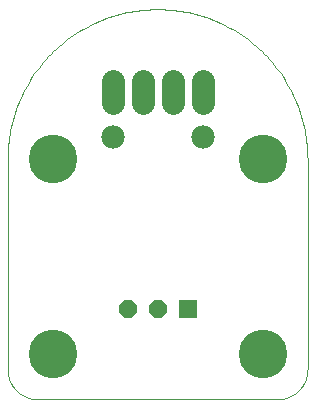
<source format=gbs>
G75*
%MOIN*%
%OFA0B0*%
%FSLAX25Y25*%
%IPPOS*%
%LPD*%
%AMOC8*
5,1,8,0,0,1.08239X$1,22.5*
%
%ADD10C,0.07800*%
%ADD11OC8,0.06000*%
%ADD12R,0.06000X0.06000*%
%ADD13C,0.00000*%
%ADD14C,0.16211*%
%ADD15C,0.07800*%
D10*
X0041800Y0122806D02*
X0041800Y0130206D01*
X0051800Y0130206D02*
X0051800Y0122806D01*
X0061800Y0122806D02*
X0061800Y0130206D01*
X0071800Y0130206D02*
X0071800Y0122806D01*
D11*
X0056800Y0054006D03*
X0046800Y0054006D03*
D12*
X0066800Y0054006D03*
D13*
X0096800Y0024006D02*
X0016800Y0024006D01*
X0016558Y0024009D01*
X0016317Y0024018D01*
X0016076Y0024032D01*
X0015835Y0024053D01*
X0015595Y0024079D01*
X0015355Y0024111D01*
X0015116Y0024149D01*
X0014879Y0024192D01*
X0014642Y0024242D01*
X0014407Y0024297D01*
X0014173Y0024357D01*
X0013941Y0024424D01*
X0013710Y0024495D01*
X0013481Y0024573D01*
X0013254Y0024656D01*
X0013029Y0024744D01*
X0012806Y0024838D01*
X0012586Y0024937D01*
X0012368Y0025042D01*
X0012153Y0025151D01*
X0011940Y0025266D01*
X0011730Y0025386D01*
X0011524Y0025511D01*
X0011320Y0025641D01*
X0011119Y0025776D01*
X0010922Y0025916D01*
X0010728Y0026060D01*
X0010538Y0026209D01*
X0010352Y0026363D01*
X0010169Y0026521D01*
X0009990Y0026683D01*
X0009815Y0026850D01*
X0009644Y0027021D01*
X0009477Y0027196D01*
X0009315Y0027375D01*
X0009157Y0027558D01*
X0009003Y0027744D01*
X0008854Y0027934D01*
X0008710Y0028128D01*
X0008570Y0028325D01*
X0008435Y0028526D01*
X0008305Y0028730D01*
X0008180Y0028936D01*
X0008060Y0029146D01*
X0007945Y0029359D01*
X0007836Y0029574D01*
X0007731Y0029792D01*
X0007632Y0030012D01*
X0007538Y0030235D01*
X0007450Y0030460D01*
X0007367Y0030687D01*
X0007289Y0030916D01*
X0007218Y0031147D01*
X0007151Y0031379D01*
X0007091Y0031613D01*
X0007036Y0031848D01*
X0006986Y0032085D01*
X0006943Y0032322D01*
X0006905Y0032561D01*
X0006873Y0032801D01*
X0006847Y0033041D01*
X0006826Y0033282D01*
X0006812Y0033523D01*
X0006803Y0033764D01*
X0006800Y0034006D01*
X0006800Y0104006D01*
X0006815Y0105224D01*
X0006859Y0106440D01*
X0006933Y0107656D01*
X0007037Y0108869D01*
X0007170Y0110079D01*
X0007333Y0111286D01*
X0007525Y0112488D01*
X0007746Y0113686D01*
X0007996Y0114878D01*
X0008275Y0116063D01*
X0008583Y0117241D01*
X0008920Y0118411D01*
X0009285Y0119573D01*
X0009678Y0120725D01*
X0010099Y0121868D01*
X0010548Y0122999D01*
X0011024Y0124120D01*
X0011528Y0125229D01*
X0012058Y0126325D01*
X0012615Y0127408D01*
X0013198Y0128477D01*
X0013806Y0129531D01*
X0014441Y0130571D01*
X0015100Y0131594D01*
X0015784Y0132602D01*
X0016493Y0133592D01*
X0017225Y0134565D01*
X0017981Y0135519D01*
X0018760Y0136455D01*
X0019561Y0137372D01*
X0020385Y0138269D01*
X0021230Y0139145D01*
X0022096Y0140001D01*
X0022983Y0140836D01*
X0023890Y0141648D01*
X0024816Y0142438D01*
X0025762Y0143206D01*
X0026725Y0143950D01*
X0027707Y0144670D01*
X0028706Y0145367D01*
X0029721Y0146039D01*
X0030753Y0146686D01*
X0031800Y0147307D01*
X0032862Y0147903D01*
X0033938Y0148473D01*
X0035027Y0149017D01*
X0036130Y0149533D01*
X0037245Y0150023D01*
X0038371Y0150486D01*
X0039508Y0150921D01*
X0040656Y0151328D01*
X0041813Y0151707D01*
X0042979Y0152058D01*
X0044153Y0152380D01*
X0045335Y0152674D01*
X0046524Y0152939D01*
X0047718Y0153174D01*
X0048918Y0153381D01*
X0050123Y0153558D01*
X0051331Y0153706D01*
X0052543Y0153824D01*
X0053758Y0153913D01*
X0054974Y0153973D01*
X0056191Y0154002D01*
X0057409Y0154002D01*
X0058626Y0153973D01*
X0059842Y0153913D01*
X0061057Y0153824D01*
X0062269Y0153706D01*
X0063477Y0153558D01*
X0064682Y0153381D01*
X0065882Y0153174D01*
X0067076Y0152939D01*
X0068265Y0152674D01*
X0069447Y0152380D01*
X0070621Y0152058D01*
X0071787Y0151707D01*
X0072944Y0151328D01*
X0074092Y0150921D01*
X0075229Y0150486D01*
X0076355Y0150023D01*
X0077470Y0149533D01*
X0078573Y0149017D01*
X0079662Y0148473D01*
X0080738Y0147903D01*
X0081800Y0147307D01*
X0082847Y0146686D01*
X0083879Y0146039D01*
X0084894Y0145367D01*
X0085893Y0144670D01*
X0086875Y0143950D01*
X0087838Y0143206D01*
X0088784Y0142438D01*
X0089710Y0141648D01*
X0090617Y0140836D01*
X0091504Y0140001D01*
X0092370Y0139145D01*
X0093215Y0138269D01*
X0094039Y0137372D01*
X0094840Y0136455D01*
X0095619Y0135519D01*
X0096375Y0134565D01*
X0097107Y0133592D01*
X0097816Y0132602D01*
X0098500Y0131594D01*
X0099159Y0130571D01*
X0099794Y0129531D01*
X0100402Y0128477D01*
X0100985Y0127408D01*
X0101542Y0126325D01*
X0102072Y0125229D01*
X0102576Y0124120D01*
X0103052Y0122999D01*
X0103501Y0121868D01*
X0103922Y0120725D01*
X0104315Y0119573D01*
X0104680Y0118411D01*
X0105017Y0117241D01*
X0105325Y0116063D01*
X0105604Y0114878D01*
X0105854Y0113686D01*
X0106075Y0112488D01*
X0106267Y0111286D01*
X0106430Y0110079D01*
X0106563Y0108869D01*
X0106667Y0107656D01*
X0106741Y0106440D01*
X0106785Y0105224D01*
X0106800Y0104006D01*
X0106800Y0034006D01*
X0106797Y0033764D01*
X0106788Y0033523D01*
X0106774Y0033282D01*
X0106753Y0033041D01*
X0106727Y0032801D01*
X0106695Y0032561D01*
X0106657Y0032322D01*
X0106614Y0032085D01*
X0106564Y0031848D01*
X0106509Y0031613D01*
X0106449Y0031379D01*
X0106382Y0031147D01*
X0106311Y0030916D01*
X0106233Y0030687D01*
X0106150Y0030460D01*
X0106062Y0030235D01*
X0105968Y0030012D01*
X0105869Y0029792D01*
X0105764Y0029574D01*
X0105655Y0029359D01*
X0105540Y0029146D01*
X0105420Y0028936D01*
X0105295Y0028730D01*
X0105165Y0028526D01*
X0105030Y0028325D01*
X0104890Y0028128D01*
X0104746Y0027934D01*
X0104597Y0027744D01*
X0104443Y0027558D01*
X0104285Y0027375D01*
X0104123Y0027196D01*
X0103956Y0027021D01*
X0103785Y0026850D01*
X0103610Y0026683D01*
X0103431Y0026521D01*
X0103248Y0026363D01*
X0103062Y0026209D01*
X0102872Y0026060D01*
X0102678Y0025916D01*
X0102481Y0025776D01*
X0102280Y0025641D01*
X0102076Y0025511D01*
X0101870Y0025386D01*
X0101660Y0025266D01*
X0101447Y0025151D01*
X0101232Y0025042D01*
X0101014Y0024937D01*
X0100794Y0024838D01*
X0100571Y0024744D01*
X0100346Y0024656D01*
X0100119Y0024573D01*
X0099890Y0024495D01*
X0099659Y0024424D01*
X0099427Y0024357D01*
X0099193Y0024297D01*
X0098958Y0024242D01*
X0098721Y0024192D01*
X0098484Y0024149D01*
X0098245Y0024111D01*
X0098005Y0024079D01*
X0097765Y0024053D01*
X0097524Y0024032D01*
X0097283Y0024018D01*
X0097042Y0024009D01*
X0096800Y0024006D01*
D14*
X0091800Y0039006D03*
X0091800Y0104006D03*
X0021800Y0104006D03*
X0021800Y0039006D03*
D15*
X0041800Y0111506D03*
X0071800Y0111506D03*
M02*

</source>
